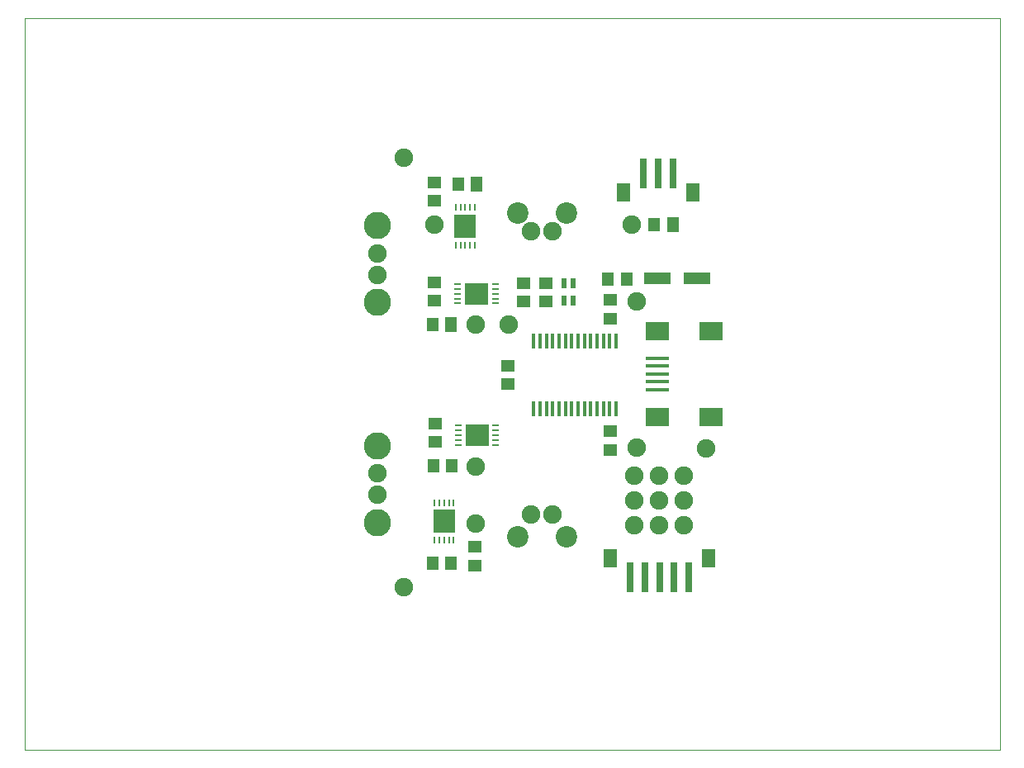
<source format=gbr>
%FSLAX34Y34*%
%MOMM*%
%LNSOLDERMASK_TOP*%
G71*
G01*
%ADD10C, 0.002*%
%ADD11R, 0.300X1.530*%
%ADD12R, 1.480X1.180*%
%ADD13R, 1.180X1.480*%
%ADD14R, 2.680X1.180*%
%ADD15C, 2.800*%
%ADD16R, 2.180X2.480*%
%ADD17R, 0.180X0.670*%
%ADD18R, 1.380X1.880*%
%ADD19R, 0.680X3.080*%
%ADD20C, 2.200*%
%ADD21R, 2.480X2.180*%
%ADD22R, 0.670X0.180*%
%ADD23C, 1.900*%
%ADD24R, 2.380X0.380*%
%ADD25R, 0.480X1.080*%
%ADD26R, 2.380X1.880*%
%LPD*%
G54D10*
X0Y750000D02*
X1000000Y750000D01*
X1000000Y0D01*
X0Y0D01*
X0Y750000D01*
X522164Y349190D02*
G54D11*
D03*
X528663Y349190D02*
G54D11*
D03*
X535164Y349190D02*
G54D11*
D03*
X541663Y349190D02*
G54D11*
D03*
X548163Y349190D02*
G54D11*
D03*
X554663Y349190D02*
G54D11*
D03*
X561163Y349190D02*
G54D11*
D03*
X567664Y349190D02*
G54D11*
D03*
X574163Y349190D02*
G54D11*
D03*
X580663Y349190D02*
G54D11*
D03*
X587163Y349190D02*
G54D11*
D03*
X593663Y349190D02*
G54D11*
D03*
X600164Y349190D02*
G54D11*
D03*
X606664Y349190D02*
G54D11*
D03*
X522163Y419190D02*
G54D11*
D03*
X528663Y419190D02*
G54D11*
D03*
X535163Y419190D02*
G54D11*
D03*
X541663Y419190D02*
G54D11*
D03*
X548163Y419190D02*
G54D11*
D03*
X554663Y419190D02*
G54D11*
D03*
X561163Y419190D02*
G54D11*
D03*
X567663Y419190D02*
G54D11*
D03*
X574163Y419190D02*
G54D11*
D03*
X580663Y419190D02*
G54D11*
D03*
X587163Y419190D02*
G54D11*
D03*
X593663Y419190D02*
G54D11*
D03*
X600163Y419190D02*
G54D11*
D03*
X606663Y419190D02*
G54D11*
D03*
X534753Y478415D02*
G54D12*
D03*
X534752Y459415D02*
G54D12*
D03*
X617387Y482867D02*
G54D13*
D03*
X598387Y482867D02*
G54D13*
D03*
X648740Y482992D02*
G54D14*
D03*
X689240Y482992D02*
G54D14*
D03*
X600985Y441945D02*
G54D12*
D03*
X600985Y460945D02*
G54D12*
D03*
X362200Y458800D02*
G54D15*
D03*
X362200Y537800D02*
G54D15*
D03*
X362200Y232300D02*
G54D15*
D03*
X362200Y311300D02*
G54D15*
D03*
X452043Y536577D02*
G54D16*
D03*
X452043Y555776D02*
G54D17*
D03*
X452043Y517377D02*
G54D17*
D03*
X447043Y517377D02*
G54D17*
D03*
X442043Y517377D02*
G54D17*
D03*
X457043Y517377D02*
G54D17*
D03*
X462043Y517376D02*
G54D17*
D03*
X447043Y555776D02*
G54D17*
D03*
X442043Y555776D02*
G54D17*
D03*
X457043Y555776D02*
G54D17*
D03*
X462043Y555776D02*
G54D17*
D03*
X444858Y579832D02*
G54D13*
D03*
G36*
X457958Y587231D02*
X469758Y587232D01*
X469758Y572432D01*
X457958Y572431D01*
X457958Y587231D01*
G37*
X420457Y581631D02*
G54D12*
D03*
X420457Y562631D02*
G54D12*
D03*
X614110Y571140D02*
G54D18*
D03*
X634610Y591140D02*
G54D19*
D03*
X649610Y591139D02*
G54D19*
D03*
X664610Y591140D02*
G54D19*
D03*
X685110Y571140D02*
G54D18*
D03*
X555500Y218600D02*
G54D20*
D03*
X505500Y218600D02*
G54D20*
D03*
X505500Y550100D02*
G54D20*
D03*
X555500Y550100D02*
G54D20*
D03*
X463647Y467533D02*
G54D21*
D03*
X444447Y467533D02*
G54D22*
D03*
X482847Y467533D02*
G54D22*
D03*
X482847Y462533D02*
G54D22*
D03*
X482847Y457533D02*
G54D22*
D03*
X482847Y472533D02*
G54D22*
D03*
X482847Y477533D02*
G54D22*
D03*
X444447Y462533D02*
G54D22*
D03*
X444447Y457533D02*
G54D22*
D03*
X444447Y472533D02*
G54D22*
D03*
X444447Y477533D02*
G54D22*
D03*
X420392Y460348D02*
G54D12*
D03*
X420392Y479348D02*
G54D12*
D03*
X418592Y435948D02*
G54D13*
D03*
G36*
X431692Y443348D02*
X443492Y443348D01*
X443493Y428548D01*
X431693Y428548D01*
X431692Y443348D01*
G37*
X464147Y322534D02*
G54D21*
D03*
X444947Y322534D02*
G54D22*
D03*
X483347Y322534D02*
G54D22*
D03*
X483347Y317534D02*
G54D22*
D03*
X483347Y312534D02*
G54D22*
D03*
X483347Y327534D02*
G54D22*
D03*
X483347Y332534D02*
G54D22*
D03*
X444947Y317534D02*
G54D22*
D03*
X444947Y312534D02*
G54D22*
D03*
X444947Y327534D02*
G54D22*
D03*
X444947Y332534D02*
G54D22*
D03*
X420892Y315349D02*
G54D12*
D03*
X420892Y334349D02*
G54D12*
D03*
X419093Y290948D02*
G54D13*
D03*
X438093Y290948D02*
G54D13*
D03*
X430190Y234138D02*
G54D16*
D03*
X430190Y214938D02*
G54D17*
D03*
X430190Y253338D02*
G54D17*
D03*
X435190Y253338D02*
G54D17*
D03*
X440190Y253338D02*
G54D17*
D03*
X425190Y253338D02*
G54D17*
D03*
X420190Y253338D02*
G54D17*
D03*
X435190Y214938D02*
G54D17*
D03*
X440190Y214938D02*
G54D17*
D03*
X425190Y214938D02*
G54D17*
D03*
X420190Y214938D02*
G54D17*
D03*
X437375Y190882D02*
G54D13*
D03*
X418375Y190883D02*
G54D13*
D03*
X461775Y189083D02*
G54D12*
D03*
X461775Y208083D02*
G54D12*
D03*
X676400Y280699D02*
G54D23*
D03*
X676400Y255300D02*
G54D23*
D03*
X651000Y280699D02*
G54D23*
D03*
X651000Y255300D02*
G54D23*
D03*
X701590Y196638D02*
G54D18*
D03*
X681090Y176638D02*
G54D19*
D03*
G36*
X662689Y192038D02*
X669489Y192038D01*
X669490Y161238D01*
X662690Y161238D01*
X662689Y192038D01*
G37*
X651090Y176638D02*
G54D19*
D03*
X600590Y196638D02*
G54D18*
D03*
X621090Y176638D02*
G54D19*
D03*
X636090Y176638D02*
G54D19*
D03*
X625600Y280699D02*
G54D23*
D03*
X625600Y255300D02*
G54D23*
D03*
X698700Y308600D02*
G54D23*
D03*
X676400Y229900D02*
G54D23*
D03*
X651000Y229900D02*
G54D23*
D03*
X625600Y229900D02*
G54D23*
D03*
X649200Y369158D02*
G54D24*
D03*
X649200Y377158D02*
G54D24*
D03*
X649200Y385158D02*
G54D24*
D03*
X649200Y393158D02*
G54D24*
D03*
X649200Y401158D02*
G54D24*
D03*
X420610Y538640D02*
G54D23*
D03*
X462610Y435640D02*
G54D23*
D03*
X462610Y231640D02*
G54D23*
D03*
X462610Y290640D02*
G54D23*
D03*
X645892Y538348D02*
G54D13*
D03*
G36*
X658992Y545748D02*
X670792Y545748D01*
X670792Y530948D01*
X658992Y530948D01*
X658992Y545748D01*
G37*
X622610Y538640D02*
G54D23*
D03*
X601053Y326516D02*
G54D12*
D03*
X601053Y307516D02*
G54D12*
D03*
X628100Y460000D02*
G54D23*
D03*
X628100Y309600D02*
G54D23*
D03*
X495753Y374715D02*
G54D12*
D03*
X495754Y393715D02*
G54D12*
D03*
X511753Y478415D02*
G54D12*
D03*
X511752Y459415D02*
G54D12*
D03*
X553450Y460050D02*
G54D25*
D03*
X562950Y460050D02*
G54D25*
D03*
X553450Y478050D02*
G54D25*
D03*
X562950Y478050D02*
G54D25*
D03*
X496110Y435640D02*
G54D23*
D03*
X389200Y607300D02*
G54D23*
D03*
X389200Y166300D02*
G54D23*
D03*
X362200Y537800D02*
G54D23*
D03*
X362200Y508800D02*
G54D23*
D03*
X362200Y458800D02*
G54D23*
D03*
X362200Y486800D02*
G54D23*
D03*
X362200Y283300D02*
G54D23*
D03*
X362200Y261300D02*
G54D23*
D03*
X541200Y240800D02*
G54D23*
D03*
X519200Y240800D02*
G54D23*
D03*
X541200Y531800D02*
G54D23*
D03*
X519200Y531800D02*
G54D23*
D03*
X649200Y341158D02*
G54D26*
D03*
X649200Y429158D02*
G54D26*
D03*
X704200Y341158D02*
G54D26*
D03*
X704200Y429158D02*
G54D26*
D03*
M02*

</source>
